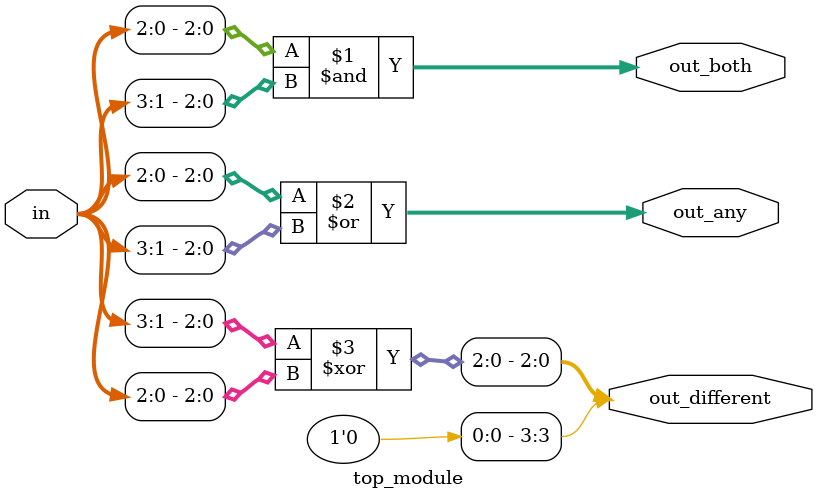
<source format=sv>
module top_module (
	input [3:0] in,
	output [2:0] out_both,
	output [3:1] out_any,
	output [3:0] out_different
);

    assign out_both = in[2:0] & in[3:1];
    assign out_any = in[2:0] | in[3:1];
    assign out_different = {1'b0, in[3:1] ^ in[2:0]};

endmodule

</source>
